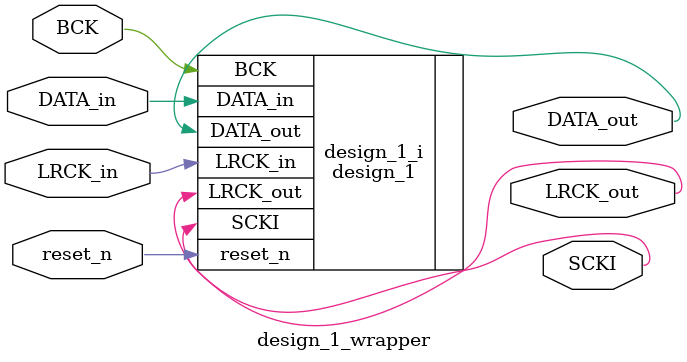
<source format=v>
`timescale 1 ps / 1 ps

module design_1_wrapper
   (BCK,
    DATA_in,
    DATA_out,
    LRCK_in,
    LRCK_out,
    SCKI,
    reset_n);
  input BCK;
  input DATA_in;
  output DATA_out;
  input LRCK_in;
  output LRCK_out;
  output SCKI;
  input reset_n;

  wire BCK;
  wire DATA_in;
  wire DATA_out;
  wire LRCK_in;
  wire LRCK_out;
  wire SCKI;
  wire reset_n;

  design_1 design_1_i
       (.BCK(BCK),
        .DATA_in(DATA_in),
        .DATA_out(DATA_out),
        .LRCK_in(LRCK_in),
        .LRCK_out(LRCK_out),
        .SCKI(SCKI),
        .reset_n(reset_n));
endmodule

</source>
